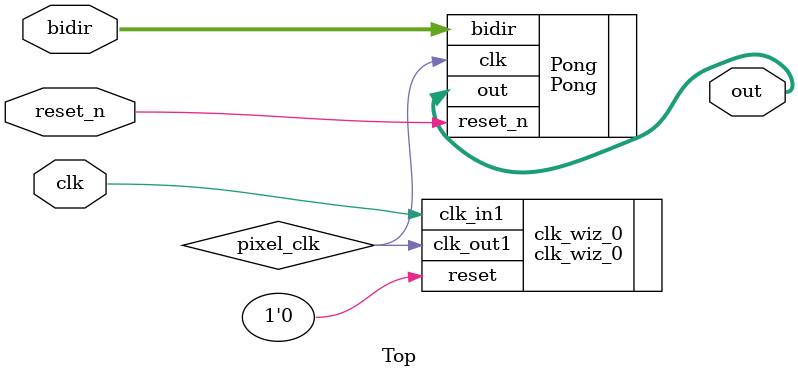
<source format=v>

module Top(
    input wire clk,
    input wire reset_n, //A7 FPGA uses active low reset signal
    output wire [7:0] out,
    inout wire [5:0] bidir
    );
    
//wire reset = ~reset_n;
wire pixel_clk;
    
Pong Pong(
    .clk(pixel_clk),
    .reset_n(reset_n), //A7 FPGA uses active low reset signal
    
    .out(out),
    .bidir(bidir)
    );
    
/*
Temp pixel clock to run the VGA at 60Hz 
pixel_clk: 25.175MHz
Resolution: 640x480 @60Hz
*/
clk_wiz_0 clk_wiz_0(
    .clk_in1(clk),
    .reset(1'b0), //no reset otherwise the reset in other modules will not work.
    .clk_out1(pixel_clk)
    );
    
endmodule
</source>
